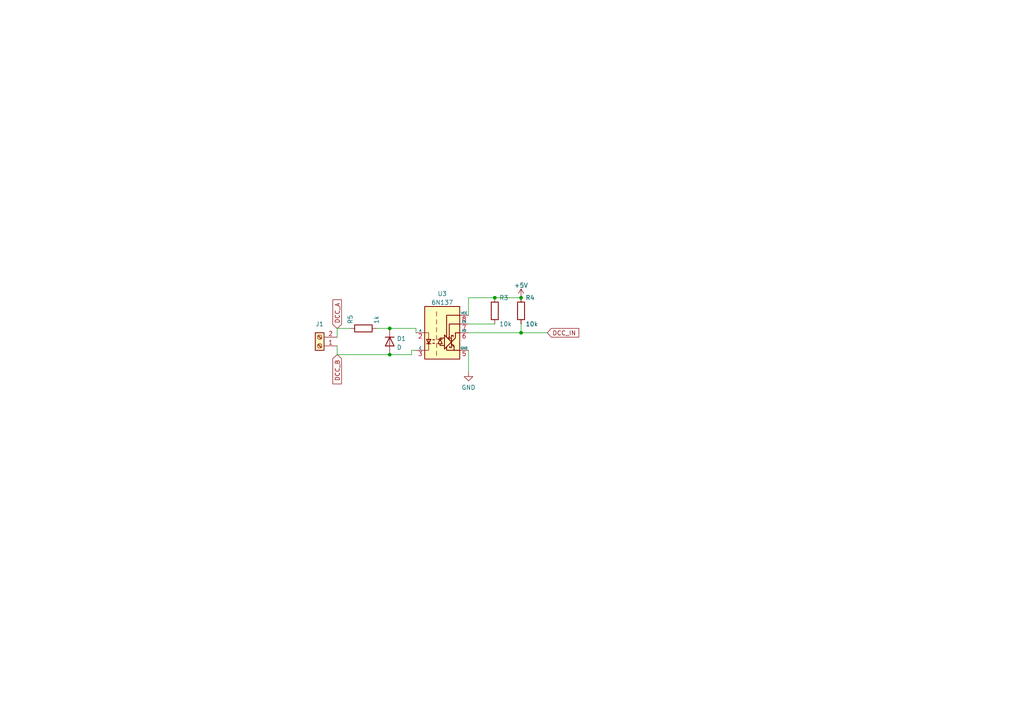
<source format=kicad_sch>
(kicad_sch (version 20211123) (generator eeschema)
  (paper "A4")
  (lib_symbols
    (symbol "Connector:Screw_Terminal_01x02" (pin_names (offset 1.016) hide)
      (property "Reference" "J" (at 0 2.54 0))
      (property "Value" "Screw_Terminal_01x02" (at 0 -5.08 0))
      (symbol "Screw_Terminal_01x02_1_1"
        (rectangle (start -1.27 1.27) (end 1.27 -3.81) (stroke (width 0.254)) (fill (type background)))
        (circle (center 0 -2.54) (radius 0.635) (stroke (width 0.1524)))
        (polyline (pts (xy -0.5334 -2.2098) (xy 0.3302 -3.048)) (stroke (width 0.1524)))
        (polyline (pts (xy -0.5334 0.3302) (xy 0.3302 -0.508)) (stroke (width 0.1524)))
        (polyline (pts (xy -0.3556 -2.032) (xy 0.508 -2.8702)) (stroke (width 0.1524)))
        (polyline (pts (xy -0.3556 0.508) (xy 0.508 -0.3302)) (stroke (width 0.1524)))
        (circle (center 0 0) (radius 0.635) (stroke (width 0.1524)))
        (pin passive line (at -5.08 0 0) (length 3.81) (name "Pin_1") (number "1"))
        (pin passive line (at -5.08 -2.54 0) (length 3.81) (name "Pin_2") (number "2"))
      )
    )
    (symbol "Device:D" (pin_numbers hide) (pin_names (offset 1.016) hide)
      (property "Reference" "D" (at 0 2.54 0))
      (property "Value" "D" (at 0 -2.54 0))
      (symbol "D_0_1"
        (polyline (pts (xy -1.27 1.27) (xy -1.27 -1.27)) (stroke (width 0.254)))
        (polyline (pts (xy 1.27 0) (xy -1.27 0)))
        (polyline (pts (xy 1.27 1.27) (xy 1.27 -1.27) (xy -1.27 0) (xy 1.27 1.27)) (stroke (width 0.254)))
      )
      (symbol "D_1_1"
        (pin passive line (at -3.81 0 0) (length 2.54) (name "K") (number "1"))
        (pin passive line (at 3.81 0 180) (length 2.54) (name "A") (number "2"))
      )
    )
    (symbol "Device:R" (pin_numbers hide) (pin_names (offset 0))
      (property "Reference" "R" (at 2.032 0 90))
      (property "Value" "R" (at 0 0 90))
      (symbol "R_0_1"
        (rectangle (start -1.016 -2.54) (end 1.016 2.54) (stroke (width 0.254)))
      )
      (symbol "R_1_1"
        (pin passive line (at 0 3.81 270) (length 1.27) (name "~") (number "1"))
        (pin passive line (at 0 -3.81 90) (length 1.27) (name "~") (number "2"))
      )
    )
    (symbol "Isolator:6N137" (pin_names (offset 0))
      (property "Reference" "U" (at -4.064 8.89 0))
      (property "Value" "6N137" (at 0 -8.89 0))
      (symbol "6N137_0_1"
        (polyline (pts (xy 2.667 -3.556) (xy 2.667 -1.651)) (stroke (width 0.254)))
        (polyline (pts (xy 2.667 -2.159) (xy 2.667 -2.921)) (stroke (width 0.254)))
        (polyline (pts (xy 3.429 -3.937) (xy 3.429 -5.08)) (stroke (width 0.254)))
        (polyline (pts (xy -0.635 -3.302) (xy -0.635 -3.683) (xy 0.635 -3.683)) (stroke (width 0.254)))
        (polyline (pts (xy -0.635 -1.905) (xy -0.635 -1.524) (xy 0.508 -1.524)) (stroke (width 0.254)))
        (polyline (pts (xy 1.27 -4.064) (xy 1.27 -5.08) (xy 5.08 -5.08)) (stroke (width 0.254)))
        (polyline (pts (xy 1.27 -1.27) (xy 1.27 5.08) (xy 5.08 5.08)) (stroke (width 0.254)))
        (polyline (pts (xy 2.032 -1.27) (xy 2.032 2.54) (xy 5.08 2.54)) (stroke (width 0.254)))
        (polyline (pts (xy -5.08 -5.08) (xy -3.937 -5.08) (xy -3.937 0) (xy -5.08 0)))
        (polyline (pts (xy 2.667 -3.302) (xy 2.667 -4.318) (xy 2.159 -4.318) (xy 2.159 -3.937)) (stroke (width 0.254)))
        (polyline (pts (xy 2.667 -2.667) (xy 0.635 -4.699) (xy 0.635 -0.635) (xy 2.667 -2.667)) (stroke (width 0.254)))
        (polyline (pts (xy 2.667 -1.778) (xy 2.667 -0.762) (xy 3.175 -0.762) (xy 3.175 -1.143)) (stroke (width 0.254)))
        (polyline (pts (xy 2.794 -2.54) (xy 3.81 -1.524) (xy 3.81 0) (xy 5.08 0)) (stroke (width 0.254)))
        (polyline (pts (xy 2.667 -3.175) (xy 3.429 -3.937) (xy 3.302 -3.556) (xy 3.048 -3.81) (xy 3.429 -3.937)) (stroke (width 0.254)))
        (circle (center 2.032 -1.524) (radius 0.254) (stroke (width 0.254)))
      )
      (symbol "6N137_1_1"
        (rectangle (start -5.08 7.62) (end 5.08 -7.62) (stroke (width 0.254)) (fill (type background)))
        (polyline (pts (xy -4.572 -3.175) (xy -3.302 -3.175)) (stroke (width 0.254)))
        (polyline (pts (xy -1.651 -5.334) (xy -1.651 -6.604)))
        (polyline (pts (xy -1.651 -3.048) (xy -1.651 -4.318)))
        (polyline (pts (xy -1.651 -0.762) (xy -1.651 -2.032)))
        (polyline (pts (xy -1.651 1.524) (xy -1.651 0.254)))
        (polyline (pts (xy -1.651 3.81) (xy -1.651 2.54)))
        (polyline (pts (xy -1.651 6.096) (xy -1.651 4.826)))
        (polyline (pts (xy -1.27 -1.905) (xy 0 -1.905)) (stroke (width 0.254)))
        (polyline (pts (xy -3.937 -3.175) (xy -4.572 -1.905) (xy -3.302 -1.905) (xy -3.937 -3.175)) (stroke (width 0.254)))
        (polyline (pts (xy -0.635 -1.905) (xy -1.27 -3.175) (xy 0 -3.175) (xy -0.635 -1.905)) (stroke (width 0.254)))
        (polyline (pts (xy -2.921 -3.048) (xy -2.159 -3.048) (xy -2.54 -3.175) (xy -2.54 -2.921) (xy -2.159 -3.048)) (stroke (width 0.127)))
        (polyline (pts (xy -2.921 -2.032) (xy -2.159 -2.032) (xy -2.54 -2.159) (xy -2.54 -1.905) (xy -2.159 -2.032)) (stroke (width 0.127)))
        (pin no_connect line (at -5.08 5.08 0) (length 2.54) hide (name "NC") (number "1"))
        (pin passive line (at -7.62 0 0) (length 2.54) (name "A") (number "2"))
        (pin passive line (at -7.62 -5.08 0) (length 2.54) (name "C") (number "3"))
        (pin power_in line (at 7.62 -5.08 180) (length 2.54) (name "GND") (number "5"))
        (pin open_collector line (at 7.62 0 180) (length 2.54) (name "VO") (number "6"))
        (pin input line (at 7.62 2.54 180) (length 2.54) (name "EN") (number "7"))
        (pin power_in line (at 7.62 5.08 180) (length 2.54) (name "VCC") (number "8"))
      )
    )
    (symbol "power:+5V" (power) (pin_names (offset 0))
      (property "Value" "+5V" (at 0 3.556 0))
      (symbol "+5V_0_1"
        (polyline (pts (xy -0.762 1.27) (xy 0 2.54)))
        (polyline (pts (xy 0 0) (xy 0 2.54)))
        (polyline (pts (xy 0 2.54) (xy 0.762 1.27)))
      )
      (symbol "+5V_1_1"
        (pin power_in line (at 0 0 90) (length 0) hide (name "+5V") (number "1"))
      )
    )
    (symbol "power:GND" (power) (pin_names (offset 0))
      (property "Value" "GND" (at 0 -3.81 0))
      (symbol "GND_0_1"
        (polyline (pts (xy 0 0) (xy 0 -1.27) (xy 1.27 -1.27) (xy 0 -2.54) (xy -1.27 -1.27) (xy 0 -1.27)))
      )
      (symbol "GND_1_1"
        (pin power_in line (at 0 0 270) (length 0) hide (name "GND") (number "1"))
      )
    )
  )
  (junction (at 113.03 95.25))
  (junction (at 151.13 96.52))
  (junction (at 151.13 86.36))
  (junction (at 143.51 86.36))
  (junction (at 113.03 102.87))
  (wire (pts (xy 135.89 101.6) (xy 135.89 107.95)))
  (wire (pts (xy 151.13 96.52) (xy 158.75 96.52)))
  (wire (pts (xy 113.03 95.25) (xy 120.65 95.25)))
  (wire (pts (xy 97.79 102.87) (xy 113.03 102.87)))
  (wire (pts (xy 97.79 95.25) (xy 97.79 97.79)))
  (wire (pts (xy 135.89 96.52) (xy 151.13 96.52)))
  (wire (pts (xy 113.03 102.87) (xy 119.38 102.87)))
  (wire (pts (xy 143.51 86.36) (xy 151.13 86.36)))
  (wire (pts (xy 119.38 101.6) (xy 119.38 102.87)))
  (wire (pts (xy 120.65 96.52) (xy 120.65 95.25)))
  (wire (pts (xy 97.79 100.33) (xy 97.79 102.87)))
  (wire (pts (xy 135.89 93.98) (xy 143.51 93.98)))
  (wire (pts (xy 135.89 86.36) (xy 143.51 86.36)))
  (wire (pts (xy 135.89 91.44) (xy 135.89 86.36)))
  (wire (pts (xy 97.79 95.25) (xy 101.6 95.25)))
  (wire (pts (xy 151.13 96.52) (xy 151.13 93.98)))
  (wire (pts (xy 120.65 101.6) (xy 119.38 101.6)))
  (wire (pts (xy 109.22 95.25) (xy 113.03 95.25)))
  (global_label "DCC_B" (shape input) (at 97.79 102.87 270) (property "Intersheet References" "${INTERSHEET_REFS}" (effects hide)))
  (global_label "DCC_A" (shape input) (at 97.79 95.25 90) (property "Intersheet References" "${INTERSHEET_REFS}" (effects hide)))
  (global_label "DCC_IN" (shape input) (at 158.75 96.52 0) (property "Intersheet References" "${INTERSHEET_REFS}" (effects hide)))
  (symbol (lib_id "power:GND") (at 135.89 107.95 0) (unit 1)
    (property "Reference" "#PWR012" (effects hide))
    (property "Value" "GND" (at 135.89 112.3934 0))
  )
  (symbol (lib_id "Connector:Screw_Terminal_01x02") (at 92.71 100.33 180) (unit 1)
    (property "Reference" "J1" (at 92.71 93.98 0))
    (property "Value" "Screw_Terminal_01x02" (effects hide))
    (property "Footprint" "TerminalBlock_Phoenix:TerminalBlock_Phoenix_MKDS-1,5-2-5.08_1x02_P5.08mm_Horizontal" (effects hide))
  )
  (symbol (lib_id "power:+5V") (at 151.13 86.36 0) (unit 1)
    (property "Reference" "#PWR011" (effects hide))
    (property "Value" "+5V" (at 151.13 82.7842 0))
  )
  (symbol (lib_id "Device:R") (at 143.51 90.17 0) (unit 1)
    (property "Reference" "R3" (at 144.78 86.36 0) (effects (justify left)))
    (property "Value" "10k" (at 144.78 93.98 0) (effects (justify left)))
    (property "Footprint" "Resistor_SMD:R_0805_2012Metric_Pad1.20x1.40mm_HandSolder" (effects hide))
    (property "JLCPCB Part#" "C17414" (effects hide))
  )
  (symbol (lib_id "Device:R") (at 105.41 95.25 90) (unit 1)
    (property "Reference" "R5" (at 101.6 93.98 0) (effects (justify left)))
    (property "Value" "1k" (at 109.22 93.98 0) (effects (justify left)))
    (property "Footprint" "Resistor_SMD:R_0805_2012Metric_Pad1.20x1.40mm_HandSolder" (effects hide))
    (property "JLCPCB Part#" "C17513" (effects hide))
  )
  (symbol (lib_id "Device:D") (at 113.03 99.06 270) (unit 1)
    (property "Reference" "D1" (at 115.062 98.2253 90) (effects (justify left)))
    (property "Value" "D" (at 115.062 100.7622 90) (effects (justify left)))
    (property "Footprint" "Diode_SMD:D_SMA_Handsoldering" (effects hide))
  )
  (symbol (lib_id "Device:R") (at 151.13 90.17 0) (unit 1)
    (property "Reference" "R4" (at 152.4 86.36 0) (effects (justify left)))
    (property "Value" "10k" (at 152.4 93.98 0) (effects (justify left)))
    (property "Footprint" "Resistor_SMD:R_0805_2012Metric_Pad1.20x1.40mm_HandSolder" (effects hide))
    (property "JLCPCB Part#" "C17414" (effects hide))
  )
  (symbol (lib_id "Isolator:6N137") (at 128.27 96.52 0) (unit 1)
    (property "Reference" "U3" (at 128.27 85.2002 0))
    (property "Value" "6N137" (at 128.27 87.7371 0))
    (property "Footprint" "Package_SO:SOP-8_6.62x9.15mm_P2.54mm" (effects hide))
    (property "Datasheet" "https://datasheet.lcsc.com/szlcsc/1908282202_Everlight-Elec-6N137S1-TA_C110020.pdf" (effects hide))
    (property "JLCPCB Part#" "C110020" (effects hide))
  )
)
</source>
